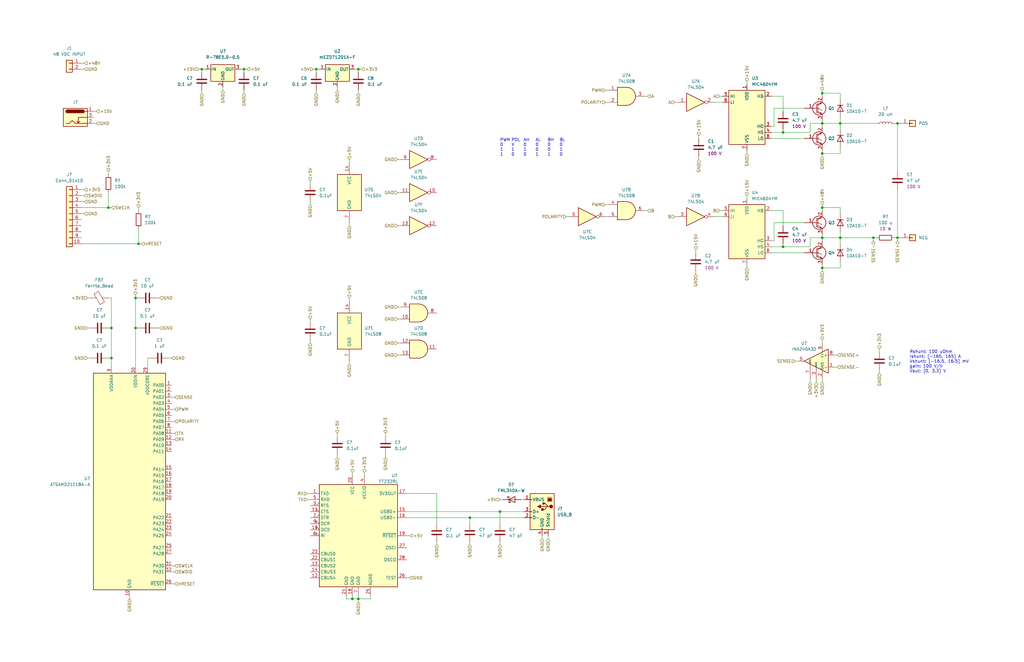
<source format=kicad_sch>
(kicad_sch (version 20211123) (generator eeschema)
  (paper "B")
  (lib_symbols
    (symbol "74xx:74LS04"
      (property "Reference" "U" (at 0 1.27 0))
      (property "Value" "74LS04" (at 0 -1.27 0))
      (symbol "74LS04_1_0"
        (pin input line (at -7.62 0 0) (length 3.81) (name "~") (number "1"))
        (pin output inverted (at 7.62 0 180) (length 3.81) (name "~") (number "2"))
      )
      (symbol "74LS04_2_0"
        (pin input line (at -7.62 0 0) (length 3.81) (name "~") (number "3"))
        (pin output inverted (at 7.62 0 180) (length 3.81) (name "~") (number "4"))
      )
      (symbol "74LS04_3_0"
        (pin input line (at -7.62 0 0) (length 3.81) (name "~") (number "5"))
        (pin output inverted (at 7.62 0 180) (length 3.81) (name "~") (number "6"))
      )
      (symbol "74LS04_4_0"
        (pin output inverted (at 7.62 0 180) (length 3.81) (name "~") (number "8"))
        (pin input line (at -7.62 0 0) (length 3.81) (name "~") (number "9"))
      )
      (symbol "74LS04_5_0"
        (pin output inverted (at 7.62 0 180) (length 3.81) (name "~") (number "10"))
        (pin input line (at -7.62 0 0) (length 3.81) (name "~") (number "11"))
      )
      (symbol "74LS04_6_0"
        (pin output inverted (at 7.62 0 180) (length 3.81) (name "~") (number "12"))
        (pin input line (at -7.62 0 0) (length 3.81) (name "~") (number "13"))
      )
      (symbol "74LS04_7_0"
        (pin power_in line (at 0 12.7 270) (length 5.08) (name "VCC") (number "14"))
        (pin power_in line (at 0 -12.7 90) (length 5.08) (name "GND") (number "7"))
      )
    )
    (symbol "74xx:74LS08" (pin_names (offset 1.016))
      (property "Reference" "U" (at 0 1.27 0))
      (property "Value" "74LS08" (at 0 -1.27 0))
      (symbol "74LS08_1_1"
        (pin input line (at -7.62 2.54 0) (length 3.81) (name "~") (number "1"))
        (pin input line (at -7.62 -2.54 0) (length 3.81) (name "~") (number "2"))
        (pin output line (at 7.62 0 180) (length 3.81) (name "~") (number "3"))
      )
      (symbol "74LS08_1_2"
        (pin input inverted (at -7.62 2.54 0) (length 4.318) (name "~") (number "1"))
        (pin input inverted (at -7.62 -2.54 0) (length 4.318) (name "~") (number "2"))
        (pin output inverted (at 7.62 0 180) (length 3.81) (name "~") (number "3"))
      )
      (symbol "74LS08_2_1"
        (pin input line (at -7.62 2.54 0) (length 3.81) (name "~") (number "4"))
        (pin input line (at -7.62 -2.54 0) (length 3.81) (name "~") (number "5"))
        (pin output line (at 7.62 0 180) (length 3.81) (name "~") (number "6"))
      )
      (symbol "74LS08_2_2"
        (pin input inverted (at -7.62 2.54 0) (length 4.318) (name "~") (number "4"))
        (pin input inverted (at -7.62 -2.54 0) (length 4.318) (name "~") (number "5"))
        (pin output inverted (at 7.62 0 180) (length 3.81) (name "~") (number "6"))
      )
      (symbol "74LS08_3_1"
        (pin input line (at -7.62 -2.54 0) (length 3.81) (name "~") (number "10"))
        (pin output line (at 7.62 0 180) (length 3.81) (name "~") (number "8"))
        (pin input line (at -7.62 2.54 0) (length 3.81) (name "~") (number "9"))
      )
      (symbol "74LS08_3_2"
        (pin input inverted (at -7.62 -2.54 0) (length 4.318) (name "~") (number "10"))
        (pin output inverted (at 7.62 0 180) (length 3.81) (name "~") (number "8"))
        (pin input inverted (at -7.62 2.54 0) (length 4.318) (name "~") (number "9"))
      )
      (symbol "74LS08_4_1"
        (pin output line (at 7.62 0 180) (length 3.81) (name "~") (number "11"))
        (pin input line (at -7.62 2.54 0) (length 3.81) (name "~") (number "12"))
        (pin input line (at -7.62 -2.54 0) (length 3.81) (name "~") (number "13"))
      )
      (symbol "74LS08_4_2"
        (pin output inverted (at 7.62 0 180) (length 3.81) (name "~") (number "11"))
        (pin input inverted (at -7.62 2.54 0) (length 4.318) (name "~") (number "12"))
        (pin input inverted (at -7.62 -2.54 0) (length 4.318) (name "~") (number "13"))
      )
      (symbol "74LS08_5_0"
        (pin power_in line (at 0 12.7 270) (length 5.08) (name "VCC") (number "14"))
        (pin power_in line (at 0 -12.7 90) (length 5.08) (name "GND") (number "7"))
      )
    )
    (symbol "Amplifier_Current:INA240A3D" (pin_names (offset 0.127))
      (property "Reference" "U" (at 3.81 3.81 0))
      (property "Value" "INA240A3D" (at 3.81 -2.54 0))
      (symbol "INA240A3D_1_1"
        (pin input line (at -7.62 -2.54 0) (length 2.54) (name "-") (number "1"))
        (pin power_in line (at -2.54 -7.62 90) (length 3.81) (name "GND") (number "2"))
        (pin passive line (at 0 -7.62 90) (length 5.08) (name "REF2") (number "3"))
        (pin passive line (at -2.54 -7.62 90) (length 3.81) hide (name "GND") (number "4"))
        (pin output line (at 7.62 0 180) (length 2.54) (name "~") (number "5"))
        (pin power_in line (at -2.54 7.62 270) (length 3.81) (name "V+") (number "6"))
        (pin passive line (at 2.54 -7.62 90) (length 6.35) (name "REF1") (number "7"))
        (pin input line (at -7.62 2.54 0) (length 2.54) (name "+") (number "8"))
      )
    )
    (symbol "Connector:Barrel_Jack_Switch" (pin_names hide)
      (property "Reference" "J" (at 0 5.334 0))
      (property "Value" "Barrel_Jack_Switch" (at 0 -5.08 0))
      (symbol "Barrel_Jack_Switch_1_1"
        (pin passive line (at 7.62 2.54 180) (length 2.54) (name "~") (number "1"))
        (pin passive line (at 7.62 -2.54 180) (length 2.54) (name "~") (number "2"))
        (pin passive line (at 7.62 0 180) (length 2.54) (name "~") (number "3"))
      )
    )
    (symbol "Connector:USB_B" (pin_names (offset 1.016))
      (property "Reference" "J" (at -5.08 11.43 0))
      (property "Value" "USB_B" (at -5.08 8.89 0))
      (symbol "USB_B_1_1"
        (pin power_out line (at 7.62 5.08 180) (length 2.54) (name "VBUS") (number "1"))
        (pin bidirectional line (at 7.62 -2.54 180) (length 2.54) (name "D-") (number "2"))
        (pin bidirectional line (at 7.62 0 180) (length 2.54) (name "D+") (number "3"))
        (pin power_out line (at 0 -10.16 90) (length 2.54) (name "GND") (number "4"))
        (pin passive line (at -2.54 -10.16 90) (length 2.54) (name "Shield") (number "5"))
      )
    )
    (symbol "Connector_Generic:Conn_01x01" (pin_names (offset 1.016) hide)
      (property "Reference" "J" (at 0 2.54 0))
      (property "Value" "Conn_01x01" (at 0 -2.54 0))
      (symbol "Conn_01x01_1_1"
        (pin passive line (at -5.08 0 0) (length 3.81) (name "Pin_1") (number "1"))
      )
    )
    (symbol "Connector_Generic:Conn_01x02" (pin_names (offset 1.016) hide)
      (property "Reference" "J" (at 0 2.54 0))
      (property "Value" "Conn_01x02" (at 0 -5.08 0))
      (symbol "Conn_01x02_1_1"
        (pin passive line (at -5.08 0 0) (length 3.81) (name "Pin_1") (number "1"))
        (pin passive line (at -5.08 -2.54 0) (length 3.81) (name "Pin_2") (number "2"))
      )
    )
    (symbol "Connector_Generic:Conn_01x10" (pin_names (offset 1.016) hide)
      (property "Reference" "J" (at 0 12.7 0))
      (property "Value" "Conn_01x10" (at 0 -15.24 0))
      (symbol "Conn_01x10_1_1"
        (pin passive line (at -5.08 10.16 0) (length 3.81) (name "Pin_1") (number "1"))
        (pin passive line (at -5.08 -12.7 0) (length 3.81) (name "Pin_10") (number "10"))
        (pin passive line (at -5.08 7.62 0) (length 3.81) (name "Pin_2") (number "2"))
        (pin passive line (at -5.08 5.08 0) (length 3.81) (name "Pin_3") (number "3"))
        (pin passive line (at -5.08 2.54 0) (length 3.81) (name "Pin_4") (number "4"))
        (pin passive line (at -5.08 0 0) (length 3.81) (name "Pin_5") (number "5"))
        (pin passive line (at -5.08 -2.54 0) (length 3.81) (name "Pin_6") (number "6"))
        (pin passive line (at -5.08 -5.08 0) (length 3.81) (name "Pin_7") (number "7"))
        (pin passive line (at -5.08 -7.62 0) (length 3.81) (name "Pin_8") (number "8"))
        (pin passive line (at -5.08 -10.16 0) (length 3.81) (name "Pin_9") (number "9"))
      )
    )
    (symbol "Device:C" (pin_numbers hide) (pin_names (offset 0.254))
      (property "Reference" "C" (at 0.635 2.54 0))
      (property "Value" "C" (at 0.635 -2.54 0))
      (symbol "C_1_1"
        (pin passive line (at 0 3.81 270) (length 2.794) (name "~") (number "1"))
        (pin passive line (at 0 -3.81 90) (length 2.794) (name "~") (number "2"))
      )
    )
    (symbol "Device:D" (pin_numbers hide) (pin_names (offset 1.016) hide)
      (property "Reference" "D" (at 0 2.54 0))
      (property "Value" "D" (at 0 -2.54 0))
      (symbol "D_1_1"
        (pin passive line (at -3.81 0 0) (length 2.54) (name "K") (number "1"))
        (pin passive line (at 3.81 0 180) (length 2.54) (name "A") (number "2"))
      )
    )
    (symbol "Device:D_Schottky" (pin_numbers hide) (pin_names (offset 1.016) hide)
      (property "Reference" "D" (at 0 2.54 0))
      (property "Value" "D_Schottky" (at 0 -2.54 0))
      (symbol "D_Schottky_1_1"
        (pin passive line (at -3.81 0 0) (length 2.54) (name "K") (number "1"))
        (pin passive line (at 3.81 0 180) (length 2.54) (name "A") (number "2"))
      )
    )
    (symbol "Device:L" (pin_numbers hide) (pin_names (offset 1.016) hide)
      (property "Reference" "L" (at -1.27 0 90))
      (property "Value" "L" (at 1.905 0 90))
      (symbol "L_1_1"
        (pin passive line (at 0 3.81 270) (length 1.27) (name "1") (number "1"))
        (pin passive line (at 0 -3.81 90) (length 1.27) (name "2") (number "2"))
      )
    )
    (symbol "Device:Q_NIGBT_GCE" (pin_names (offset 0) hide)
      (property "Reference" "Q" (at 5.08 1.27 0))
      (property "Value" "Q_NIGBT_GCE" (at 5.08 -1.27 0))
      (symbol "Q_NIGBT_GCE_1_1"
        (pin input line (at -5.08 0 0) (length 5.334) (name "G") (number "1"))
        (pin passive line (at 2.54 5.08 270) (length 2.54) (name "C") (number "2"))
        (pin passive line (at 2.54 -5.08 90) (length 2.54) (name "E") (number "3"))
      )
    )
    (symbol "Device:R" (pin_numbers hide) (pin_names (offset 0))
      (property "Reference" "R" (at 2.032 0 90))
      (property "Value" "R" (at 0 0 90))
      (symbol "R_1_1"
        (pin passive line (at 0 3.81 270) (length 1.27) (name "~") (number "1"))
        (pin passive line (at 0 -3.81 90) (length 1.27) (name "~") (number "2"))
      )
    )
    (symbol "Driver_FET:MIC4604YM"
      (property "Reference" "U" (at -8.89 -8.89 0))
      (property "Value" "MIC4604YM" (at -8.89 -11.43 0))
      (symbol "MIC4604YM_1_1"
        (pin power_in line (at 0 12.7 270) (length 2.54) (name "VDD") (number "1"))
        (pin passive line (at 10.16 7.62 180) (length 2.54) (name "HB") (number "2"))
        (pin output line (at 10.16 -5.08 180) (length 2.54) (name "HO") (number "3"))
        (pin passive line (at 10.16 -7.62 180) (length 2.54) (name "HS") (number "4"))
        (pin input line (at -10.16 7.62 0) (length 2.54) (name "HI") (number "5"))
        (pin input line (at -10.16 5.08 0) (length 2.54) (name "LI") (number "6"))
        (pin power_in line (at 0 -15.24 90) (length 2.54) (name "VSS") (number "7"))
        (pin output line (at 10.16 -10.16 180) (length 2.54) (name "LO") (number "8"))
      )
    )
    (symbol "Interface_USB:FT232RL"
      (property "Reference" "U" (at -16.51 22.86 0))
      (property "Value" "FT232RL" (at 10.16 22.86 0))
      (symbol "FT232RL_1_1"
        (pin output line (at 20.32 17.78 180) (length 3.81) (name "TXD") (number "1"))
        (pin input input_low (at 20.32 2.54 180) (length 3.81) (name "DCD") (number "10"))
        (pin input input_low (at 20.32 10.16 180) (length 3.81) (name "CTS") (number "11"))
        (pin bidirectional line (at 20.32 -17.78 180) (length 3.81) (name "CBUS4") (number "12"))
        (pin bidirectional line (at 20.32 -12.7 180) (length 3.81) (name "CBUS2") (number "13"))
        (pin bidirectional line (at 20.32 -15.24 180) (length 3.81) (name "CBUS3") (number "14"))
        (pin bidirectional line (at -20.32 10.16 0) (length 3.81) (name "USBD+") (number "15"))
        (pin bidirectional line (at -20.32 7.62 0) (length 3.81) (name "USBD-") (number "16"))
        (pin power_out line (at -20.32 17.78 0) (length 3.81) (name "3V3OUT") (number "17"))
        (pin power_in line (at 2.54 -25.4 90) (length 3.81) (name "GND") (number "18"))
        (pin input line (at -20.32 0 0) (length 3.81) (name "~{RESET}") (number "19"))
        (pin output output_low (at 20.32 7.62 180) (length 3.81) (name "DTR") (number "2"))
        (pin power_in line (at 2.54 25.4 270) (length 3.81) (name "VCC") (number "20"))
        (pin power_in line (at 5.08 -25.4 90) (length 3.81) (name "GND") (number "21"))
        (pin bidirectional line (at 20.32 -10.16 180) (length 3.81) (name "CBUS1") (number "22"))
        (pin bidirectional line (at 20.32 -7.62 180) (length 3.81) (name "CBUS0") (number "23"))
        (pin power_in line (at -5.08 -25.4 90) (length 3.81) (name "AGND") (number "25"))
        (pin input line (at -20.32 -17.78 0) (length 3.81) (name "TEST") (number "26"))
        (pin input line (at -20.32 -5.08 0) (length 3.81) (name "OSCI") (number "27"))
        (pin output line (at -20.32 -10.16 0) (length 3.81) (name "OSCO") (number "28"))
        (pin output output_low (at 20.32 12.7 180) (length 3.81) (name "RTS") (number "3"))
        (pin power_in line (at -2.54 25.4 270) (length 3.81) (name "VCCIO") (number "4"))
        (pin input line (at 20.32 15.24 180) (length 3.81) (name "RXD") (number "5"))
        (pin input input_low (at 20.32 0 180) (length 3.81) (name "RI") (number "6"))
        (pin power_in line (at 0 -25.4 90) (length 3.81) (name "GND") (number "7"))
        (pin input input_low (at 20.32 5.08 180) (length 3.81) (name "DCR") (number "9"))
      )
    )
    (symbol "MCU_Microchip_SAMD:ATSAMD21E18A-A"
      (property "Reference" "U" (at -13.97 46.99 0))
      (property "Value" "ATSAMD21E18A-A" (at 16.51 46.99 0))
      (symbol "ATSAMD21E18A-A_1_1"
        (pin bidirectional line (at -17.78 40.64 0) (length 2.54) (name "PA00") (number "1"))
        (pin power_in line (at 0 -48.26 90) (length 2.54) (name "GND") (number "10"))
        (pin bidirectional line (at -17.78 20.32 0) (length 2.54) (name "PA08") (number "11"))
        (pin bidirectional line (at -17.78 17.78 0) (length 2.54) (name "PA09") (number "12"))
        (pin bidirectional line (at -17.78 15.24 0) (length 2.54) (name "PA10") (number "13"))
        (pin bidirectional line (at -17.78 12.7 0) (length 2.54) (name "PA11") (number "14"))
        (pin bidirectional line (at -17.78 5.08 0) (length 2.54) (name "PA14") (number "15"))
        (pin bidirectional line (at -17.78 2.54 0) (length 2.54) (name "PA15") (number "16"))
        (pin bidirectional line (at -17.78 0 0) (length 2.54) (name "PA16") (number "17"))
        (pin bidirectional line (at -17.78 -2.54 0) (length 2.54) (name "PA17") (number "18"))
        (pin bidirectional line (at -17.78 -5.08 0) (length 2.54) (name "PA18") (number "19"))
        (pin bidirectional line (at -17.78 38.1 0) (length 2.54) (name "PA01") (number "2"))
        (pin bidirectional line (at -17.78 -7.62 0) (length 2.54) (name "PA19") (number "20"))
        (pin bidirectional line (at -17.78 -15.24 0) (length 2.54) (name "PA22") (number "21"))
        (pin bidirectional line (at -17.78 -17.78 0) (length 2.54) (name "PA23") (number "22"))
        (pin bidirectional line (at -17.78 -20.32 0) (length 2.54) (name "PA24") (number "23"))
        (pin bidirectional line (at -17.78 -22.86 0) (length 2.54) (name "PA25") (number "24"))
        (pin bidirectional line (at -17.78 -27.94 0) (length 2.54) (name "PA27") (number "25"))
        (pin input line (at -17.78 -43.18 0) (length 2.54) (name "~{RESET}") (number "26"))
        (pin bidirectional line (at -17.78 -30.48 0) (length 2.54) (name "PA28") (number "27"))
        (pin passive line (at 0 -48.26 90) (length 2.54) hide (name "GND") (number "28"))
        (pin power_out line (at -7.62 48.26 270) (length 2.54) (name "VDDCORE") (number "29"))
        (pin bidirectional line (at -17.78 35.56 0) (length 2.54) (name "PA02") (number "3"))
        (pin power_in line (at -2.54 48.26 270) (length 2.54) (name "VDDIN") (number "30"))
        (pin bidirectional line (at -17.78 -35.56 0) (length 2.54) (name "PA30") (number "31"))
        (pin bidirectional line (at -17.78 -38.1 0) (length 2.54) (name "PA31") (number "32"))
        (pin bidirectional line (at -17.78 33.02 0) (length 2.54) (name "PA03") (number "4"))
        (pin bidirectional line (at -17.78 30.48 0) (length 2.54) (name "PA04") (number "5"))
        (pin bidirectional line (at -17.78 27.94 0) (length 2.54) (name "PA05") (number "6"))
        (pin bidirectional line (at -17.78 25.4 0) (length 2.54) (name "PA06") (number "7"))
        (pin bidirectional line (at -17.78 22.86 0) (length 2.54) (name "PA07") (number "8"))
        (pin power_in line (at 7.62 48.26 270) (length 2.54) (name "VDDANA") (number "9"))
      )
    )
    (symbol "Regulator_Switching:R-78E3.3-0.5" (pin_names (offset 0.254))
      (property "Reference" "U" (at -3.81 3.175 0))
      (property "Value" "R-78E3.3-0.5" (at 0 3.175 0))
      (symbol "R-78E3.3-0.5_1_1"
        (pin power_in line (at -7.62 0 0) (length 2.54) (name "IN") (number "1"))
        (pin power_in line (at 0 -7.62 90) (length 2.54) (name "GND") (number "2"))
        (pin power_out line (at 7.62 0 180) (length 2.54) (name "OUT") (number "3"))
      )
    )
    (symbol "Regulator_Switching:R-78E5.0-0.5" (pin_names (offset 0.254))
      (property "Reference" "U" (at -3.81 3.175 0))
      (property "Value" "R-78E5.0-0.5" (at 0 3.175 0))
      (symbol "R-78E5.0-0.5_1_1"
        (pin power_in line (at -7.62 0 0) (length 2.54) (name "IN") (number "1"))
        (pin power_in line (at 0 -7.62 90) (length 2.54) (name "GND") (number "2"))
        (pin power_out line (at 7.62 0 180) (length 2.54) (name "OUT") (number "3"))
      )
    )
    (symbol "cat-tracker-board-rescue:Ferrite_Bead-Device" (pin_numbers hide) (pin_names (offset 0))
      (property "Reference" "FB" (at -3.81 0.635 90))
      (property "Value" "Ferrite_Bead-Device" (at 3.81 0 90))
      (symbol "Ferrite_Bead-Device_1_1"
        (pin passive line (at 0 3.81 270) (length 2.54) (name "~") (number "1"))
        (pin passive line (at 0 -3.81 90) (length 2.54) (name "~") (number "2"))
      )
    )
  )
  (junction (at 57.15 138.43))
  (junction (at 346.71 52.07))
  (junction (at 210.82 215.9))
  (junction (at 133.35 29.21))
  (junction (at 346.71 64.77))
  (junction (at 378.46 52.07))
  (junction (at 151.13 29.21))
  (junction (at 85.09 29.21))
  (junction (at 330.2 104.14))
  (junction (at 346.71 100.33))
  (junction (at 378.46 100.33))
  (junction (at 148.59 252.73))
  (junction (at 346.71 87.63))
  (junction (at 354.33 52.07))
  (junction (at 46.99 138.43))
  (junction (at 346.71 113.03))
  (junction (at 45.72 87.63))
  (junction (at 57.15 125.73))
  (junction (at 354.33 100.33))
  (junction (at 46.99 151.13))
  (junction (at 346.71 39.37))
  (junction (at 151.13 252.73))
  (junction (at 330.2 55.88))
  (junction (at 368.3 100.33))
  (junction (at 58.42 102.87))
  (junction (at 102.87 29.21))
  (junction (at 198.12 218.44))
  (wire (pts (xy 354.33 39.37) (xy 354.33 41.91)))
  (wire (pts (xy 341.63 104.14) (xy 330.2 104.14)))
  (wire (pts (xy 330.2 102.87) (xy 330.2 104.14)))
  (wire (pts (xy 284.48 91.44) (xy 285.75 91.44)))
  (wire (pts (xy 34.29 26.67) (xy 35.56 26.67)))
  (wire (pts (xy 255.27 91.44) (xy 256.54 91.44)))
  (wire (pts (xy 368.3 100.33) (xy 369.57 100.33)))
  (wire (pts (xy 378.46 52.07) (xy 378.46 72.39)))
  (wire (pts (xy 210.82 228.6) (xy 210.82 229.87)))
  (wire (pts (xy 130.81 210.82) (xy 129.54 210.82)))
  (wire (pts (xy 168.91 129.54) (xy 167.64 129.54)))
  (wire (pts (xy 351.79 154.94) (xy 353.06 154.94)))
  (wire (pts (xy 256.54 43.18) (xy 255.27 43.18)))
  (wire (pts (xy 133.35 29.21) (xy 134.62 29.21)))
  (wire (pts (xy 346.71 39.37) (xy 354.33 39.37)))
  (wire (pts (xy 314.96 111.76) (xy 314.96 113.03)))
  (wire (pts (xy 142.24 36.83) (xy 142.24 38.1)))
  (wire (pts (xy 346.71 64.77) (xy 346.71 66.04)))
  (wire (pts (xy 58.42 102.87) (xy 34.29 102.87)))
  (wire (pts (xy 210.82 210.82) (xy 212.09 210.82)))
  (wire (pts (xy 130.81 143.51) (xy 130.81 144.78)))
  (wire (pts (xy 346.71 87.63) (xy 354.33 87.63)))
  (wire (pts (xy 354.33 49.53) (xy 354.33 52.07)))
  (wire (pts (xy 46.99 125.73) (xy 46.99 138.43)))
  (wire (pts (xy 377.19 52.07) (xy 378.46 52.07)))
  (wire (pts (xy 284.48 43.18) (xy 285.75 43.18)))
  (wire (pts (xy 354.33 62.23) (xy 354.33 64.77)))
  (wire (pts (xy 171.45 226.06) (xy 172.72 226.06)))
  (wire (pts (xy 378.46 80.01) (xy 378.46 100.33)))
  (wire (pts (xy 85.09 29.21) (xy 85.09 30.48)))
  (wire (pts (xy 351.79 149.86) (xy 353.06 149.86)))
  (wire (pts (xy 130.81 208.28) (xy 129.54 208.28)))
  (wire (pts (xy 339.09 106.68) (xy 325.12 106.68)))
  (wire (pts (xy 346.71 88.9) (xy 346.71 87.63)))
  (wire (pts (xy 330.2 54.61) (xy 330.2 55.88)))
  (wire (pts (xy 45.72 87.63) (xy 46.99 87.63)))
  (wire (pts (xy 228.6 226.06) (xy 228.6 227.33)))
  (wire (pts (xy 54.61 251.46) (xy 54.61 252.73)))
  (wire (pts (xy 142.24 191.77) (xy 142.24 193.04)))
  (wire (pts (xy 354.33 87.63) (xy 354.33 90.17)))
  (wire (pts (xy 346.71 113.03) (xy 346.71 114.3)))
  (wire (pts (xy 168.91 149.86) (xy 167.64 149.86)))
  (wire (pts (xy 45.72 81.28) (xy 45.72 87.63)))
  (wire (pts (xy 73.66 241.3) (xy 72.39 241.3)))
  (wire (pts (xy 330.2 46.99) (xy 330.2 40.64)))
  (wire (pts (xy 45.72 125.73) (xy 46.99 125.73)))
  (wire (pts (xy 346.71 50.8) (xy 346.71 52.07)))
  (wire (pts (xy 58.42 125.73) (xy 57.15 125.73)))
  (wire (pts (xy 45.72 72.39) (xy 45.72 73.66)))
  (wire (pts (xy 130.81 77.47) (xy 130.81 76.2)))
  (wire (pts (xy 300.99 91.44) (xy 304.8 91.44)))
  (wire (pts (xy 71.12 151.13) (xy 72.39 151.13)))
  (wire (pts (xy 168.91 144.78) (xy 167.64 144.78)))
  (wire (pts (xy 326.39 93.98) (xy 339.09 93.98)))
  (wire (pts (xy 198.12 228.6) (xy 198.12 229.87)))
  (wire (pts (xy 147.32 152.4) (xy 147.32 153.67)))
  (wire (pts (xy 38.1 125.73) (xy 36.83 125.73)))
  (wire (pts (xy 240.03 91.44) (xy 238.76 91.44)))
  (wire (pts (xy 335.28 152.4) (xy 336.55 152.4)))
  (wire (pts (xy 354.33 52.07) (xy 369.57 52.07)))
  (wire (pts (xy 46.99 138.43) (xy 45.72 138.43)))
  (wire (pts (xy 73.66 185.42) (xy 72.39 185.42)))
  (wire (pts (xy 354.33 97.79) (xy 354.33 100.33)))
  (wire (pts (xy 219.71 210.82) (xy 220.98 210.82)))
  (wire (pts (xy 151.13 252.73) (xy 151.13 254)))
  (wire (pts (xy 130.81 85.09) (xy 130.81 86.36)))
  (wire (pts (xy 293.37 114.3) (xy 293.37 115.57)))
  (wire (pts (xy 378.46 52.07) (xy 379.73 52.07)))
  (wire (pts (xy 346.71 99.06) (xy 346.71 100.33)))
  (wire (pts (xy 326.39 45.72) (xy 339.09 45.72)))
  (wire (pts (xy 184.15 208.28) (xy 171.45 208.28)))
  (wire (pts (xy 72.39 246.38) (xy 73.66 246.38)))
  (wire (pts (xy 300.99 43.18) (xy 304.8 43.18)))
  (wire (pts (xy 162.56 184.15) (xy 162.56 182.88)))
  (wire (pts (xy 34.29 29.21) (xy 35.56 29.21)))
  (wire (pts (xy 326.39 101.6) (xy 326.39 93.98)))
  (wire (pts (xy 168.91 95.25) (xy 167.64 95.25)))
  (wire (pts (xy 256.54 38.1) (xy 255.27 38.1)))
  (wire (pts (xy 151.13 29.21) (xy 151.13 30.48)))
  (wire (pts (xy 314.96 35.56) (xy 314.96 34.29)))
  (wire (pts (xy 346.71 52.07) (xy 341.63 52.07)))
  (wire (pts (xy 102.87 29.21) (xy 102.87 30.48)))
  (wire (pts (xy 294.64 58.42) (xy 294.64 57.15)))
  (wire (pts (xy 35.56 82.55) (xy 34.29 82.55)))
  (wire (pts (xy 130.81 135.89) (xy 130.81 134.62)))
  (wire (pts (xy 354.33 100.33) (xy 354.33 102.87)))
  (wire (pts (xy 354.33 110.49) (xy 354.33 113.03)))
  (wire (pts (xy 102.87 38.1) (xy 102.87 39.37)))
  (wire (pts (xy 153.67 199.39) (xy 153.67 200.66)))
  (wire (pts (xy 35.56 80.01) (xy 34.29 80.01)))
  (wire (pts (xy 346.71 100.33) (xy 346.71 101.6)))
  (wire (pts (xy 293.37 106.68) (xy 293.37 105.41)))
  (wire (pts (xy 378.46 100.33) (xy 378.46 101.6)))
  (wire (pts (xy 325.12 53.34) (xy 326.39 53.34)))
  (wire (pts (xy 168.91 134.62) (xy 167.64 134.62)))
  (wire (pts (xy 346.71 100.33) (xy 354.33 100.33)))
  (wire (pts (xy 39.37 46.99) (xy 40.64 46.99)))
  (wire (pts (xy 271.78 88.9) (xy 273.05 88.9)))
  (wire (pts (xy 273.05 40.64) (xy 271.78 40.64)))
  (wire (pts (xy 46.99 151.13) (xy 45.72 151.13)))
  (wire (pts (xy 325.12 55.88) (xy 330.2 55.88)))
  (wire (pts (xy 63.5 151.13) (xy 62.23 151.13)))
  (wire (pts (xy 151.13 252.73) (xy 148.59 252.73)))
  (wire (pts (xy 210.82 215.9) (xy 171.45 215.9)))
  (wire (pts (xy 344.17 161.29) (xy 344.17 160.02)))
  (wire (pts (xy 354.33 52.07) (xy 354.33 54.61)))
  (wire (pts (xy 168.91 67.31) (xy 167.64 67.31)))
  (wire (pts (xy 148.59 252.73) (xy 148.59 251.46)))
  (wire (pts (xy 346.71 111.76) (xy 346.71 113.03)))
  (wire (pts (xy 303.53 88.9) (xy 304.8 88.9)))
  (wire (pts (xy 35.56 85.09) (xy 34.29 85.09)))
  (wire (pts (xy 210.82 220.98) (xy 210.82 215.9)))
  (wire (pts (xy 330.2 88.9) (xy 325.12 88.9)))
  (wire (pts (xy 57.15 138.43) (xy 58.42 138.43)))
  (wire (pts (xy 346.71 63.5) (xy 346.71 64.77)))
  (wire (pts (xy 346.71 143.51) (xy 346.71 144.78)))
  (wire (pts (xy 101.6 29.21) (xy 102.87 29.21)))
  (wire (pts (xy 147.32 93.98) (xy 147.32 95.25)))
  (wire (pts (xy 156.21 251.46) (xy 156.21 252.73)))
  (wire (pts (xy 325.12 58.42) (xy 339.09 58.42)))
  (wire (pts (xy 314.96 83.82) (xy 314.96 82.55)))
  (wire (pts (xy 220.98 218.44) (xy 198.12 218.44)))
  (wire (pts (xy 184.15 220.98) (xy 184.15 208.28)))
  (wire (pts (xy 35.56 90.17) (xy 34.29 90.17)))
  (wire (pts (xy 142.24 184.15) (xy 142.24 182.88)))
  (wire (pts (xy 148.59 200.66) (xy 148.59 199.39)))
  (wire (pts (xy 72.39 167.64) (xy 73.66 167.64)))
  (wire (pts (xy 354.33 100.33) (xy 368.3 100.33)))
  (wire (pts (xy 341.63 100.33) (xy 341.63 104.14)))
  (wire (pts (xy 184.15 228.6) (xy 184.15 229.87)))
  (wire (pts (xy 220.98 215.9) (xy 210.82 215.9)))
  (wire (pts (xy 171.45 243.84) (xy 172.72 243.84)))
  (wire (pts (xy 58.42 87.63) (xy 58.42 88.9)))
  (wire (pts (xy 346.71 40.64) (xy 346.71 39.37)))
  (wire (pts (xy 133.35 29.21) (xy 132.08 29.21)))
  (wire (pts (xy 146.05 252.73) (xy 146.05 251.46)))
  (wire (pts (xy 341.63 52.07) (xy 341.63 55.88)))
  (wire (pts (xy 330.2 95.25) (xy 330.2 88.9)))
  (wire (pts (xy 133.35 38.1) (xy 133.35 39.37)))
  (wire (pts (xy 370.84 156.21) (xy 370.84 157.48)))
  (wire (pts (xy 326.39 53.34) (xy 326.39 45.72)))
  (wire (pts (xy 303.53 40.64) (xy 304.8 40.64)))
  (wire (pts (xy 39.37 52.07) (xy 40.64 52.07)))
  (wire (pts (xy 330.2 104.14) (xy 325.12 104.14)))
  (wire (pts (xy 102.87 29.21) (xy 104.14 29.21)))
  (wire (pts (xy 151.13 29.21) (xy 152.4 29.21)))
  (wire (pts (xy 147.32 127) (xy 147.32 125.73)))
  (wire (pts (xy 346.71 39.37) (xy 346.71 38.1)))
  (wire (pts (xy 57.15 125.73) (xy 57.15 138.43)))
  (wire (pts (xy 46.99 154.94) (xy 46.99 151.13)))
  (wire (pts (xy 85.09 29.21) (xy 86.36 29.21)))
  (wire (pts (xy 133.35 29.21) (xy 133.35 30.48)))
  (wire (pts (xy 57.15 154.94) (xy 57.15 138.43)))
  (wire (pts (xy 346.71 113.03) (xy 354.33 113.03)))
  (wire (pts (xy 346.71 160.02) (xy 346.71 161.29)))
  (wire (pts (xy 148.59 252.73) (xy 146.05 252.73)))
  (wire (pts (xy 370.84 148.59) (xy 370.84 147.32)))
  (wire (pts (xy 147.32 68.58) (xy 147.32 67.31)))
  (wire (pts (xy 93.98 36.83) (xy 93.98 38.1)))
  (wire (pts (xy 368.3 100.33) (xy 368.3 101.6)))
  (wire (pts (xy 294.64 66.04) (xy 294.64 67.31)))
  (wire (pts (xy 73.66 238.76) (xy 72.39 238.76)))
  (wire (pts (xy 46.99 138.43) (xy 46.99 151.13)))
  (wire (pts (xy 168.91 81.28) (xy 167.64 81.28)))
  (wire (pts (xy 346.71 100.33) (xy 341.63 100.33)))
  (wire (pts (xy 62.23 151.13) (xy 62.23 154.94)))
  (wire (pts (xy 34.29 87.63) (xy 45.72 87.63)))
  (wire (pts (xy 256.54 86.36) (xy 255.27 86.36)))
  (wire (pts (xy 149.86 29.21) (xy 151.13 29.21)))
  (wire (pts (xy 198.12 218.44) (xy 171.45 218.44)))
  (wire (pts (xy 66.04 125.73) (xy 67.31 125.73)))
  (wire (pts (xy 38.1 138.43) (xy 36.83 138.43)))
  (wire (pts (xy 59.69 102.87) (xy 58.42 102.87)))
  (wire (pts (xy 346.71 87.63) (xy 346.71 86.36)))
  (wire (pts (xy 325.12 101.6) (xy 326.39 101.6)))
  (wire (pts (xy 162.56 191.77) (xy 162.56 193.04)))
  (wire (pts (xy 325.12 40.64) (xy 330.2 40.64)))
  (wire (pts (xy 330.2 55.88) (xy 341.63 55.88)))
  (wire (pts (xy 378.46 100.33) (xy 377.19 100.33)))
  (wire (pts (xy 231.14 226.06) (xy 231.14 227.33)))
  (wire (pts (xy 151.13 38.1) (xy 151.13 39.37)))
  (wire (pts (xy 341.63 160.02) (xy 341.63 161.29)))
  (wire (pts (xy 378.46 100.33) (xy 379.73 100.33)))
  (wire (pts (xy 151.13 252.73) (xy 151.13 251.46)))
  (wire (pts (xy 38.1 151.13) (xy 36.83 151.13)))
  (wire (pts (xy 73.66 182.88) (xy 72.39 182.88)))
  (wire (pts (xy 346.71 64.77) (xy 354.33 64.77)))
  (wire (pts (xy 314.96 63.5) (xy 314.96 64.77)))
  (wire (pts (xy 346.71 52.07) (xy 346.71 53.34)))
  (wire (pts (xy 198.12 220.98) (xy 198.12 218.44)))
  (wire (pts (xy 57.15 124.46) (xy 57.15 125.73)))
  (wire (pts (xy 72.39 177.8) (xy 73.66 177.8)))
  (wire (pts (xy 72.39 172.72) (xy 73.66 172.72)))
  (wire (pts (xy 58.42 96.52) (xy 58.42 102.87)))
  (wire (pts (xy 346.71 52.07) (xy 354.33 52.07)))
  (wire (pts (xy 85.09 29.21) (xy 83.82 29.21)))
  (wire (pts (xy 66.04 138.43) (xy 67.31 138.43)))
  (wire (pts (xy 156.21 252.73) (xy 151.13 252.73)))
  (wire (pts (xy 85.09 38.1) (xy 85.09 39.37)))
  (text "PWM	POL	AH	AL	BH	BL\n0	X	0	0	0	0\n1	1	1	0	0	1\n1	0	0	1	1	0" (at 210.82 66.04 0) (effects (font (size 1.27 1.27)) (justify left bottom)))
  (text "Rshunt: 100 uOhm\nIshunt: [-165, 165] A\nVshunt: [-16.5, 16.5] mV\ngain: 100 V/V\nVout: [0, 3.3] V" (at 383.54 157.48 0) (effects (font (size 1.27 1.27)) (justify left bottom)))
  (hierarchical_label "TX" (shape input) (at 73.66 182.88 0))
  (hierarchical_label "GND" (shape input) (at 228.6 227.33 270))
  (hierarchical_label "GND" (shape input) (at 293.37 115.57 270))
  (hierarchical_label "SENSE-" (shape input) (at 353.06 154.94 0))
  (hierarchical_label "+3V3" (shape input) (at 346.71 143.51 90))
  (hierarchical_label "GND" (shape input) (at 142.24 193.04 270))
  (hierarchical_label "TX" (shape input) (at 129.54 210.82 180))
  (hierarchical_label "GND" (shape input) (at 167.64 149.86 180))
  (hierarchical_label "GND" (shape input) (at 167.64 134.62 180))
  (hierarchical_label "GND" (shape input) (at 370.84 157.48 270))
  (hierarchical_label "SWDIO" (shape input) (at 35.56 82.55 0))
  (hierarchical_label "GND" (shape input) (at 36.83 151.13 180))
  (hierarchical_label "+15V" (shape input) (at 314.96 82.55 90))
  (hierarchical_label "GND" (shape input) (at 167.64 129.54 180))
  (hierarchical_label "GND" (shape input) (at 210.82 229.87 270))
  (hierarchical_label "+5V" (shape input) (at 142.24 182.88 90))
  (hierarchical_label "GND" (shape input) (at 147.32 95.25 270))
  (hierarchical_label "GND" (shape input) (at 167.64 144.78 180))
  (hierarchical_label "+5V" (shape input) (at 148.59 199.39 90))
  (hierarchical_label "+5V" (shape input) (at 210.82 210.82 180))
  (hierarchical_label "+5V" (shape input) (at 130.81 134.62 90))
  (hierarchical_label "GND" (shape input) (at 147.32 153.67 270))
  (hierarchical_label "GND" (shape input) (at 102.87 39.37 270))
  (hierarchical_label "+15V" (shape input) (at 83.82 29.21 180))
  (hierarchical_label "GND" (shape input) (at 346.71 66.04 270))
  (hierarchical_label "GND" (shape input) (at 167.64 95.25 180))
  (hierarchical_label "POLARITY" (shape input) (at 73.66 177.8 0))
  (hierarchical_label "GND" (shape input) (at 133.35 39.37 270))
  (hierarchical_label "+5V" (shape input) (at 132.08 29.21 180))
  (hierarchical_label "+15V" (shape input) (at 293.37 105.41 90))
  (hierarchical_label "B" (shape input) (at 273.05 88.9 0))
  (hierarchical_label "B" (shape input) (at 284.48 91.44 180))
  (hierarchical_label "GND" (shape input) (at 314.96 113.03 270))
  (hierarchical_label "+5V" (shape input) (at 147.32 125.73 90))
  (hierarchical_label "GND" (shape input) (at 40.64 52.07 0))
  (hierarchical_label "SENSE+" (shape input) (at 378.46 101.6 270))
  (hierarchical_label "GND" (shape input) (at 67.31 125.73 0))
  (hierarchical_label "PWM" (shape input) (at 255.27 86.36 180))
  (hierarchical_label "SENSE" (shape input) (at 73.66 167.64 0))
  (hierarchical_label "nRESET" (shape input) (at 73.66 246.38 0))
  (hierarchical_label "GND" (shape input) (at 35.56 85.09 0))
  (hierarchical_label "GND" (shape input) (at 346.71 161.29 270))
  (hierarchical_label "A" (shape input) (at 284.48 43.18 180))
  (hierarchical_label "GND" (shape input) (at 72.39 151.13 0))
  (hierarchical_label "GND" (shape input) (at 151.13 254 270))
  (hierarchical_label "+5V" (shape input) (at 172.72 226.06 0))
  (hierarchical_label "GND" (shape input) (at 167.64 81.28 180))
  (hierarchical_label "+15V" (shape input) (at 40.64 46.99 0))
  (hierarchical_label "A" (shape input) (at 303.53 40.64 180))
  (hierarchical_label "+3V3" (shape input) (at 344.17 161.29 270))
  (hierarchical_label "GND" (shape input) (at 198.12 229.87 270))
  (hierarchical_label "PWM" (shape input) (at 255.27 38.1 180))
  (hierarchical_label "GND" (shape input) (at 67.31 138.43 0))
  (hierarchical_label "SWDIO" (shape input) (at 73.66 241.3 0))
  (hierarchical_label "B" (shape input) (at 303.53 88.9 180))
  (hierarchical_label "+48V" (shape input) (at 346.71 86.36 90))
  (hierarchical_label "POLARITY" (shape input) (at 238.76 91.44 180))
  (hierarchical_label "+5V" (shape input) (at 104.14 29.21 0))
  (hierarchical_label "A" (shape input) (at 273.05 40.64 0))
  (hierarchical_label "GND" (shape input) (at 314.96 64.77 270))
  (hierarchical_label "+3V3" (shape input) (at 57.15 124.46 90))
  (hierarchical_label "+3V3" (shape input) (at 45.72 72.39 90))
  (hierarchical_label "SENSE+" (shape input) (at 353.06 149.86 0))
  (hierarchical_label "SWCLK" (shape input) (at 46.99 87.63 0))
  (hierarchical_label "GND" (shape input) (at 151.13 39.37 270))
  (hierarchical_label "GND" (shape input) (at 130.81 144.78 270))
  (hierarchical_label "+3V3" (shape input) (at 58.42 87.63 90))
  (hierarchical_label "GND" (shape input) (at 231.14 227.33 270))
  (hierarchical_label "GND" (shape input) (at 167.64 67.31 180))
  (hierarchical_label "+48V" (shape input) (at 35.56 26.67 0))
  (hierarchical_label "SWCLK" (shape input) (at 73.66 238.76 0))
  (hierarchical_label "+15V" (shape input) (at 294.64 57.15 90))
  (hierarchical_label "+5V" (shape input) (at 130.81 76.2 90))
  (hierarchical_label "+3V3" (shape input) (at 153.67 199.39 90))
  (hierarchical_label "+3V3" (shape input) (at 162.56 182.88 90))
  (hierarchical_label "GND" (shape input) (at 341.63 161.29 270))
  (hierarchical_label "+3V3" (shape input) (at 370.84 147.32 90))
  (hierarchical_label "GND" (shape input) (at 93.98 38.1 270))
  (hierarchical_label "RX" (shape input) (at 73.66 185.42 0))
  (hierarchical_label "GND" (shape input) (at 130.81 86.36 270))
  (hierarchical_label "SENSE-" (shape input) (at 368.3 101.6 270))
  (hierarchical_label "+3V3" (shape input) (at 36.83 125.73 180))
  (hierarchical_label "nRESET" (shape input) (at 59.69 102.87 0))
  (hierarchical_label "+48V" (shape input) (at 346.71 38.1 90))
  (hierarchical_label "GND" (shape input) (at 35.56 29.21 0))
  (hierarchical_label "GND" (shape input) (at 36.83 138.43 180))
  (hierarchical_label "+3V3" (shape input) (at 152.4 29.21 0))
  (hierarchical_label "+3V3" (shape input) (at 35.56 80.01 0))
  (hierarchical_label "GND" (shape input) (at 172.72 243.84 0))
  (hierarchical_label "SENSE" (shape input) (at 335.28 152.4 180))
  (hierarchical_label "RX" (shape input) (at 129.54 208.28 180))
  (hierarchical_label "GND" (shape input) (at 142.24 38.1 270))
  (hierarchical_label "GND" (shape input) (at 184.15 229.87 270))
  (hierarchical_label "GND" (shape input) (at 54.61 252.73 270))
  (hierarchical_label "GND" (shape input) (at 346.71 114.3 270))
  (hierarchical_label "GND" (shape input) (at 85.09 39.37 270))
  (hierarchical_label "+5V" (shape input) (at 147.32 67.31 90))
  (hierarchical_label "GND" (shape input) (at 162.56 193.04 270))
  (hierarchical_label "PWM" (shape input) (at 73.66 172.72 0))
  (hierarchical_label "POLARITY" (shape input) (at 255.27 43.18 180))
  (hierarchical_label "GND" (shape input) (at 294.64 67.31 270))
  (hierarchical_label "+15V" (shape input) (at 314.96 34.29 90))
  (hierarchical_label "GND" (shape input) (at 35.56 90.17 0))
  (symbol (lib_id "MCU_Microchip_SAMD:ATSAMD21E18A-A") (at 54.61 203.2 0) (mirror y) (unit 1)
    (property "Reference" "U?" (at 38.1 201.9299 0) (effects (justify left)))
    (property "Value" "ATSAMD21E18A-A" (at 38.1 204.4699 0) (effects (justify left)))
    (property "Footprint" "Package_QFP:TQFP-32_7x7mm_P0.8mm" (effects hide))
    (property "Datasheet" "http://ww1.microchip.com/downloads/en/DeviceDoc/SAM_D21_DA1_Family_Data%20Sheet_DS40001882E.pdf" (effects hide))
  )
  (symbol (lib_id "Device:C") (at 184.15 224.79 0) (mirror y) (unit 1)
    (property "Reference" "C?" (at 187.96 223.5199 0) (effects (justify right)))
    (property "Value" "0.1 uF" (at 187.96 226.0599 0) (effects (justify right)))
    (property "Footprint" "Capacitor_SMD:C_0603_1608Metric" (effects hide))
  )
  (symbol (lib_id "Device:C") (at 62.23 125.73 90) (mirror x) (unit 1)
    (property "Reference" "C?" (at 62.23 118.11 90))
    (property "Value" "10 uF" (at 62.23 120.65 90))
    (property "Footprint" "Capacitor_SMD:C_0603_1608Metric" (effects hide))
    (property "mfg1" "Taiyo Yuden" (effects hide))
    (property "mfg1pn" "EMK107BBJ106MA-T" (effects hide))
    (property "description" "MLCC, 10 uF, 16 V, X5R, 0603" (effects hide))
  )
  (symbol (lib_id "Driver_FET:MIC4604YM") (at 314.96 96.52 0) (unit 1)
    (property "Reference" "U4" (at 316.9794 81.28 0) (effects (justify left)))
    (property "Value" "MIC4604YM" (at 316.9794 83.82 0) (effects (justify left)))
    (property "Footprint" "Package_SO:SOIC-8_3.9x4.9mm_P1.27mm" (effects hide))
    (property "Datasheet" "http://ww1.microchip.com/downloads/en/DeviceDoc/20005852A.pdf" (effects hide))
  )
  (symbol (lib_id "Device:D") (at 354.33 45.72 270) (unit 1)
    (property "Reference" "D1" (at 356.87 44.4499 90) (effects (justify left)))
    (property "Value" "10A10-T" (at 356.87 46.9899 90) (effects (justify left)))
    (property "Footprint" "Diode_THT:D_P600_R-6_P7.62mm_Vertical_AnodeUp" (effects hide))
    (property "mfg1" "Rectron" (effects hide))
    (property "mfg1pn" "10A10-T" (effects hide))
  )
  (symbol (lib_id "Device:C") (at 370.84 152.4 0) (mirror y) (unit 1)
    (property "Reference" "C?" (at 374.65 151.1299 0) (effects (justify right)))
    (property "Value" "0.1uF" (at 374.65 153.6699 0) (effects (justify right)))
    (property "Footprint" "Capacitor_SMD:C_0603_1608Metric" (effects hide))
  )
  (symbol (lib_id "Device:C") (at 62.23 138.43 270) (unit 1)
    (property "Reference" "C?" (at 62.23 130.81 90))
    (property "Value" "0.1 uF" (at 62.23 133.35 90))
    (property "Footprint" "Capacitor_SMD:C_0603_1608Metric" (effects hide))
    (property "mfg1" "KEMET" (effects hide))
    (property "mfg1pn" "C0603C104M4RAC7411" (effects hide))
    (property "description" "MLCC, 0.1 uF, 16 V, X7R, 0603" (effects hide))
  )
  (symbol (lib_id "Connector_Generic:Conn_01x10") (at 29.21 90.17 0) (mirror y) (unit 1)
    (property "Reference" "J?" (at 29.21 73.66 0))
    (property "Value" "Conn_01x10" (at 29.21 76.2 0))
    (property "Footprint" "Connector_PinHeader_1.27mm:PinHeader_2x05_P1.27mm_Horizontal" (effects hide))
    (property "mfg1" "Samtec" (effects hide))
    (property "mfg1pn" "FTSH-105-01-F-D-RA-K" (effects hide))
  )
  (symbol (lib_id "Device:C") (at 210.82 224.79 0) (mirror y) (unit 1)
    (property "Reference" "C?" (at 214.63 223.5199 0) (effects (justify right)))
    (property "Value" "47 pF" (at 214.63 226.0599 0) (effects (justify right)))
    (property "Footprint" "Capacitor_SMD:C_0603_1608Metric" (effects hide))
  )
  (symbol (lib_id "Connector:USB_B") (at 228.6 215.9 0) (mirror y) (unit 1)
    (property "Reference" "J?" (at 234.95 214.6299 0) (effects (justify right)))
    (property "Value" "USB_B" (at 234.95 217.1699 0) (effects (justify right)))
    (property "Footprint" "HotMeltTechnologies:USB_B_AMPHENOL_P-UE27-BCX4-XXX_Horizontal" (effects hide))
    (property "Datasheet" " ~" (effects hide))
  )
  (symbol (lib_id "Device:C") (at 151.13 34.29 0) (unit 1)
    (property "Reference" "C8" (at 154.94 33.0199 0) (effects (justify left)))
    (property "Value" "0.1 uF" (at 154.94 35.5599 0) (effects (justify left)))
  )
  (symbol (lib_id "Device:C") (at 41.91 138.43 270) (unit 1)
    (property "Reference" "C?" (at 41.91 130.81 90))
    (property "Value" "10 uF" (at 41.91 133.35 90))
    (property "Footprint" "Capacitor_SMD:C_0603_1608Metric" (effects hide))
    (property "mfg1" "Taiyo Yuden" (effects hide))
    (property "mfg1pn" "EMK107BBJ106MA-T" (effects hide))
    (property "description" "MLCC, 10 uF, 16 V, X5R, 0603" (effects hide))
  )
  (symbol (lib_id "Device:R") (at 58.42 92.71 0) (unit 1)
    (property "Reference" "R?" (at 60.96 91.4399 0) (effects (justify left)))
    (property "Value" "100k" (at 60.96 93.9799 0) (effects (justify left)))
    (property "Footprint" "Resistor_SMD:R_0603_1608Metric" (effects hide))
    (property "mfg1" "Panasonic" (effects hide))
    (property "mfg1pn" "ERJ-3EKF1003V" (effects hide))
    (property "description" "Resistor, 100 kOhm, 0603" (effects hide))
  )
  (symbol (lib_id "74xx:74LS04") (at 147.32 81.28 0) (unit 7)
    (property "Reference" "U?" (at 153.67 80.0099 0) (effects (justify left)))
    (property "Value" "74LS04" (at 153.67 82.5499 0) (effects (justify left)))
    (property "Datasheet" "http://www.ti.com/lit/gpn/sn74LS04" (effects hide))
  )
  (symbol (lib_id "cat-tracker-board-rescue:Ferrite_Bead-Device") (at 41.91 125.73 90) (mirror x) (unit 1)
    (property "Reference" "FB?" (at 41.8592 118.11 90))
    (property "Value" "Ferrite_Bead" (at 41.8592 120.65 90))
    (property "Footprint" "Inductor_SMD:L_0603_1608Metric" (effects hide))
    (property "mfg1" "Murata Electronics" (effects hide))
    (property "mfg1pn" "BLM18AG151SN1D" (effects hide))
    (property "description" "Ferrite Bead, 150 Ohm, 750 mA, 0603" (effects hide))
  )
  (symbol (lib_id "Device:Q_NIGBT_GCE") (at 344.17 58.42 0) (unit 1)
    (property "Reference" "Q2" (at 349.25 58.4199 0) (effects (justify left)))
    (property "Value" "Q_NIGBT_GCE" (effects hide))
    (property "MFG1" "Microchip" (effects hide))
    (property "MFG1PN" "APT95GR65B2" (effects hide))
  )
  (symbol (lib_id "Device:Q_NIGBT_GCE") (at 344.17 106.68 0) (unit 1)
    (property "Reference" "Q4" (at 349.25 106.6799 0) (effects (justify left)))
    (property "Value" "Q_NIGBT_GCE" (effects hide))
    (property "MFG1" "Microchip" (effects hide))
    (property "MFG1PN" "APT95GR65B2" (effects hide))
  )
  (symbol (lib_id "Device:D") (at 354.33 93.98 270) (unit 1)
    (property "Reference" "D3" (at 356.87 92.7099 90) (effects (justify left)))
    (property "Value" "10A10-T" (at 356.87 95.2499 90) (effects (justify left)))
    (property "Footprint" "Diode_THT:D_P600_R-6_P7.62mm_Vertical_AnodeUp" (effects hide))
    (property "mfg1" "Rectron" (effects hide))
    (property "mfg1pn" "10A10-T" (effects hide))
  )
  (symbol (lib_id "Device:C") (at 293.37 110.49 180) (unit 1)
    (property "Reference" "C2" (at 297.18 107.9499 0) (effects (justify right)))
    (property "Value" "4.7 uF" (at 297.18 110.4899 0) (effects (justify right)))
    (property "Voltage" "100 V" (at 297.18 113.0299 0) (effects (justify right)))
    (property "MFG1PN" "CL32B475KCVZNWE" (effects hide))
    (property "MFG1" "Samsung Electro-Mechanics" (effects hide))
  )
  (symbol (lib_id "Device:R") (at 373.38 100.33 90) (unit 1)
    (property "Reference" "R?" (at 373.38 91.44 90))
    (property "Value" "100 u" (at 373.38 93.98 90))
    (property "MFG1PN" "WSLP5931L1000FEA " (effects hide))
    (property "MFG1" "Vishay Dale" (effects hide))
    (property "Power" "10 W" (at 373.38 96.52 90))
  )
  (symbol (lib_id "74xx:74LS04") (at 176.53 95.25 0) (unit 6)
    (property "Reference" "U?" (at 176.53 86.36 0))
    (property "Value" "74LS04" (at 176.53 88.9 0))
    (property "Datasheet" "http://www.ti.com/lit/gpn/sn74LS04" (effects hide))
  )
  (symbol (lib_id "Device:C") (at 41.91 151.13 90) (mirror x) (unit 1)
    (property "Reference" "C?" (at 41.91 143.51 90))
    (property "Value" "0.1 uF" (at 41.91 146.05 90))
    (property "Footprint" "Capacitor_SMD:C_0603_1608Metric" (effects hide))
    (property "mfg1" "KEMET" (effects hide))
    (property "mfg1pn" "C0603C104M4RAC7411" (effects hide))
    (property "description" "MLCC, 0.1 uF, 16 V, X7R, 0603" (effects hide))
  )
  (symbol (lib_id "74xx:74LS08") (at 264.16 88.9 0) (unit 2)
    (property "Reference" "U?" (at 264.16 80.01 0))
    (property "Value" "74LS08" (at 264.16 82.55 0))
    (property "Datasheet" "http://www.ti.com/lit/gpn/sn74LS08" (effects hide))
  )
  (symbol (lib_id "Interface_USB:FT232RL") (at 151.13 226.06 0) (mirror y) (unit 1)
    (property "Reference" "U?" (at 166.37 200.66 0))
    (property "Value" "FT232RL" (at 163.83 203.2 0))
    (property "Footprint" "Package_SO:SSOP-28_5.3x10.2mm_P0.65mm" (effects hide))
    (property "Datasheet" "https://www.ftdichip.com/Support/Documents/DataSheets/ICs/DS_FT232R.pdf" (effects hide))
  )
  (symbol (lib_id "74xx:74LS04") (at 247.65 91.44 0) (unit 3)
    (property "Reference" "U?" (at 247.65 97.79 0))
    (property "Value" "74LS04" (at 247.65 100.33 0))
    (property "Datasheet" "http://www.ti.com/lit/gpn/sn74LS04" (effects hide))
  )
  (symbol (lib_id "Device:C") (at 378.46 76.2 0) (unit 1)
    (property "Reference" "C?" (at 382.27 73.6599 0) (effects (justify left)))
    (property "Value" "47 uF" (at 382.27 76.1999 0) (effects (justify left)))
    (property "Voltage" "100 V" (at 382.27 78.7399 0) (effects (justify left)))
  )
  (symbol (lib_id "Device:C") (at 198.12 224.79 0) (mirror y) (unit 1)
    (property "Reference" "C?" (at 201.93 223.5199 0) (effects (justify right)))
    (property "Value" "47 pF" (at 201.93 226.0599 0) (effects (justify right)))
    (property "Footprint" "Capacitor_SMD:C_0603_1608Metric" (effects hide))
  )
  (symbol (lib_id "Device:C") (at 330.2 99.06 180) (unit 1)
    (property "Reference" "C4" (at 334.01 96.5199 0) (effects (justify right)))
    (property "Value" "4.7 uF" (at 334.01 99.0599 0) (effects (justify right)))
    (property "Voltage" "100 V" (at 334.01 101.5999 0) (effects (justify right)))
    (property "MFG1PN" "CL32B475KCVZNWE" (effects hide))
    (property "MFG1" "Samsung Electro-Mechanics" (effects hide))
  )
  (symbol (lib_id "Device:C") (at 67.31 151.13 270) (unit 1)
    (property "Reference" "C?" (at 67.31 143.51 90))
    (property "Value" "1 uF" (at 67.31 146.05 90))
    (property "Footprint" "Capacitor_SMD:C_0603_1608Metric" (effects hide))
    (property "mfg1" "TDK" (effects hide))
    (property "mfg1pn" "CGA3E1X7R1C105K080AC" (effects hide))
    (property "description" "MLCC, 1 uF, 16 V, X7R, 0603" (effects hide))
  )
  (symbol (lib_id "74xx:74LS08") (at 147.32 139.7 0) (unit 5)
    (property "Reference" "U?" (at 153.67 138.4299 0) (effects (justify left)))
    (property "Value" "74LS08" (at 153.67 140.9699 0) (effects (justify left)))
    (property "Datasheet" "http://www.ti.com/lit/gpn/sn74LS08" (effects hide))
  )
  (symbol (lib_id "74xx:74LS08") (at 264.16 40.64 0) (unit 1)
    (property "Reference" "U?" (at 264.16 31.75 0))
    (property "Value" "74LS08" (at 264.16 34.29 0))
    (property "Datasheet" "http://www.ti.com/lit/gpn/sn74LS08" (effects hide))
  )
  (symbol (lib_id "Device:R") (at 45.72 77.47 0) (unit 1)
    (property "Reference" "R?" (at 48.26 76.1999 0) (effects (justify left)))
    (property "Value" "100k" (at 48.26 78.7399 0) (effects (justify left)))
    (property "Footprint" "Resistor_SMD:R_0603_1608Metric" (effects hide))
    (property "mfg1" "Panasonic" (effects hide))
    (property "mfg1pn" "ERJ-3EKF1003V" (effects hide))
    (property "description" "Resistor, 100 kOhm, 0603" (effects hide))
  )
  (symbol (lib_id "Device:Q_NIGBT_GCE") (at 344.17 93.98 0) (unit 1)
    (property "Reference" "Q3" (at 349.25 93.9799 0) (effects (justify left)))
    (property "Value" "Q_NIGBT_GCE" (effects hide))
    (property "MFG1" "Microchip" (effects hide))
    (property "MFG1PN" "APT95GR65B2" (effects hide))
  )
  (symbol (lib_id "Device:C") (at 85.09 34.29 0) (unit 1)
    (property "Reference" "C?" (at 81.28 33.0199 0) (effects (justify right)))
    (property "Value" "0.1 uF" (at 81.28 35.5599 0) (effects (justify right)))
  )
  (symbol (lib_id "Device:C") (at 330.2 50.8 180) (unit 1)
    (property "Reference" "C3" (at 334.01 48.2599 0) (effects (justify right)))
    (property "Value" "4.7 uF" (at 334.01 50.7999 0) (effects (justify right)))
    (property "Voltage" "100 V" (at 334.01 53.3399 0) (effects (justify right)))
    (property "MFG1PN" "CL32B475KCVZNWE" (effects hide))
    (property "MFG1" "Samsung Electro-Mechanics" (effects hide))
  )
  (symbol (lib_id "Device:C") (at 130.81 139.7 0) (mirror y) (unit 1)
    (property "Reference" "C?" (at 134.62 138.4299 0) (effects (justify right)))
    (property "Value" "0.1uF" (at 134.62 140.9699 0) (effects (justify right)))
    (property "Footprint" "Capacitor_SMD:C_0603_1608Metric" (effects hide))
  )
  (symbol (lib_id "Driver_FET:MIC4604YM") (at 314.96 48.26 0) (unit 1)
    (property "Reference" "U3" (at 316.9794 33.02 0) (effects (justify left)))
    (property "Value" "MIC4604YM" (at 316.9794 35.56 0) (effects (justify left)))
    (property "Footprint" "Package_SO:SOIC-8_3.9x4.9mm_P1.27mm" (effects hide))
    (property "Datasheet" "http://ww1.microchip.com/downloads/en/DeviceDoc/20005852A.pdf" (effects hide))
  )
  (symbol (lib_id "74xx:74LS04") (at 293.37 91.44 0) (unit 2)
    (property "Reference" "U?" (at 293.37 82.55 0))
    (property "Value" "74LS04" (at 293.37 85.09 0))
    (property "Datasheet" "http://www.ti.com/lit/gpn/sn74LS04" (effects hide))
  )
  (symbol (lib_id "Connector:Barrel_Jack_Switch") (at 31.75 49.53 0) (unit 1)
    (property "Reference" "J?" (at 31.75 43.18 0))
    (property "Value" "Barrel_Jack_Switch" (effects hide))
    (property "Footprint" "Connector_BarrelJack:BarrelJack_Horizontal" (effects hide))
    (property "MFG1PN" "163-179PH-EX" (effects hide))
    (property "MFG1" "Kobiconn" (effects hide))
  )
  (symbol (lib_id "Device:L") (at 373.38 52.07 90) (unit 1)
    (property "Reference" "L?" (at 373.38 45.72 90))
    (property "Value" "20 uH" (at 373.38 48.26 90))
  )
  (symbol (lib_id "Amplifier_Current:INA240A3D") (at 344.17 152.4 0) (mirror y) (unit 1)
    (property "Reference" "U?" (at 339.09 144.78 0))
    (property "Value" "INA240A3D" (at 339.09 147.32 0))
    (property "Footprint" "Package_SO:SOIC-8_3.9x4.9mm_P1.27mm" (effects hide))
    (property "Datasheet" "http://www.ti.com/lit/ds/symlink/ina240.pdf" (effects hide))
    (property "MFG1PN" "INA240A3D" (effects hide))
    (property "MFG1" "Texas Instruments" (effects hide))
    (property "MFG2PN" "INA240A3DR" (effects hide))
    (property "MFG2" "Texas Instruments" (effects hide))
  )
  (symbol (lib_id "Connector_Generic:Conn_01x01") (at 384.81 52.07 0) (unit 1)
    (property "Reference" "J?" (effects hide))
    (property "Value" "POS" (at 387.35 52.0699 0) (effects (justify left)))
  )
  (symbol (lib_id "74xx:74LS04") (at 293.37 43.18 0) (unit 1)
    (property "Reference" "U?" (at 293.37 34.29 0))
    (property "Value" "74LS04" (at 293.37 36.83 0))
    (property "Datasheet" "http://www.ti.com/lit/gpn/sn74LS04" (effects hide))
  )
  (symbol (lib_id "Device:Q_NIGBT_GCE") (at 344.17 45.72 0) (unit 1)
    (property "Reference" "Q1" (at 349.25 45.7199 0) (effects (justify left)))
    (property "Value" "Q_NIGBT_GCE" (effects hide))
    (property "MFG1" "Microchip" (effects hide))
    (property "MFG1PN" "APT95GR65B2" (effects hide))
  )
  (symbol (lib_id "74xx:74LS04") (at 176.53 67.31 0) (unit 4)
    (property "Reference" "U?" (at 176.53 58.42 0))
    (property "Value" "74LS04" (at 176.53 60.96 0))
    (property "Datasheet" "http://www.ti.com/lit/gpn/sn74LS04" (effects hide))
  )
  (symbol (lib_id "Connector_Generic:Conn_01x02") (at 29.21 26.67 0) (mirror y) (unit 1)
    (property "Reference" "J1" (at 29.21 20.32 0))
    (property "Value" "48 VDC INPUT" (at 29.21 22.86 0))
  )
  (symbol (lib_id "Device:C") (at 102.87 34.29 0) (unit 1)
    (property "Reference" "C?" (at 106.68 33.0199 0) (effects (justify left)))
    (property "Value" "0.1 uF" (at 106.68 35.5599 0) (effects (justify left)))
  )
  (symbol (lib_id "Device:C") (at 133.35 34.29 0) (unit 1)
    (property "Reference" "C6" (at 129.54 33.0199 0) (effects (justify right)))
    (property "Value" "0.1 uF" (at 129.54 35.5599 0) (effects (justify right)))
  )
  (symbol (lib_id "74xx:74LS08") (at 176.53 147.32 0) (unit 4)
    (property "Reference" "U?" (at 176.53 138.43 0))
    (property "Value" "74LS08" (at 176.53 140.97 0))
    (property "Datasheet" "http://www.ti.com/lit/gpn/sn74LS08" (effects hide))
  )
  (symbol (lib_id "Device:D_Schottky") (at 215.9 210.82 0) (unit 1)
    (property "Reference" "D?" (at 215.5825 204.47 0))
    (property "Value" "FML340A-W" (at 215.5825 207.01 0))
    (property "Footprint" "Diode_SMD:D_SMA" (effects hide))
    (property "MFG1PN" "FML340A-W" (effects hide))
    (property "MFG1" "Rectron" (effects hide))
  )
  (symbol (lib_id "Device:D") (at 354.33 106.68 270) (unit 1)
    (property "Reference" "D4" (at 356.87 105.4099 90) (effects (justify left)))
    (property "Value" "10A10-T" (at 356.87 107.9499 90) (effects (justify left)))
    (property "Footprint" "Diode_THT:D_P600_R-6_P7.62mm_Vertical_AnodeUp" (effects hide))
    (property "mfg1" "Rectron" (effects hide))
    (property "mfg1pn" "10A10-T" (effects hide))
  )
  (symbol (lib_id "Connector_Generic:Conn_01x01") (at 384.81 100.33 0) (unit 1)
    (property "Reference" "J?" (effects hide))
    (property "Value" "NEG" (at 387.35 100.3299 0) (effects (justify left)))
  )
  (symbol (lib_id "74xx:74LS08") (at 176.53 132.08 0) (unit 3)
    (property "Reference" "U?" (at 176.53 123.19 0))
    (property "Value" "74LS08" (at 176.53 125.73 0))
    (property "Datasheet" "http://www.ti.com/lit/gpn/sn74LS08" (effects hide))
  )
  (symbol (lib_id "Device:D") (at 354.33 58.42 270) (unit 1)
    (property "Reference" "D2" (at 356.87 57.1499 90) (effects (justify left)))
    (property "Value" "10A10-T" (at 356.87 59.6899 90) (effects (justify left)))
    (property "Footprint" "Diode_THT:D_P600_R-6_P7.62mm_Vertical_AnodeUp" (effects hide))
    (property "mfg1" "Rectron" (effects hide))
    (property "mfg1pn" "10A10-T" (effects hide))
  )
  (symbol (lib_id "Regulator_Switching:R-78E5.0-0.5") (at 93.98 29.21 0) (unit 1)
    (property "Reference" "U?" (at 93.98 21.59 0))
    (property "Value" "R-78E5.0-0.5" (at 93.98 24.13 0))
    (property "Footprint" "Converter_DCDC:Converter_DCDC_RECOM_R-78E-0.5_THT" (effects hide))
    (property "Datasheet" "https://www.recom-power.com/pdf/Innoline/R-78Exx-0.5.pdf" (effects hide))
  )
  (symbol (lib_id "Device:C") (at 130.81 81.28 0) (mirror y) (unit 1)
    (property "Reference" "C?" (at 134.62 80.0099 0) (effects (justify right)))
    (property "Value" "0.1uF" (at 134.62 82.5499 0) (effects (justify right)))
    (property "Footprint" "Capacitor_SMD:C_0603_1608Metric" (effects hide))
  )
  (symbol (lib_id "Device:C") (at 294.64 62.23 180) (unit 1)
    (property "Reference" "C1" (at 298.45 59.6899 0) (effects (justify right)))
    (property "Value" "4.7 uF" (at 298.45 62.2299 0) (effects (justify right)))
    (property "Voltage" "100 V" (at 298.45 64.7699 0) (effects (justify right)))
    (property "MFG1PN" "CL32B475KCVZNWE" (effects hide))
    (property "MFG1" "Samsung Electro-Mechanics" (effects hide))
  )
  (symbol (lib_id "Device:C") (at 162.56 187.96 0) (mirror y) (unit 1)
    (property "Reference" "C?" (at 166.37 186.6899 0) (effects (justify right)))
    (property "Value" "0.1uF" (at 166.37 189.2299 0) (effects (justify right)))
    (property "Footprint" "Capacitor_SMD:C_0603_1608Metric" (effects hide))
  )
  (symbol (lib_id "Device:C") (at 142.24 187.96 0) (mirror y) (unit 1)
    (property "Reference" "C?" (at 146.05 186.6899 0) (effects (justify right)))
    (property "Value" "0.1uF" (at 146.05 189.2299 0) (effects (justify right)))
    (property "Footprint" "Capacitor_SMD:C_0603_1608Metric" (effects hide))
  )
  (symbol (lib_id "74xx:74LS04") (at 176.53 81.28 0) (unit 5)
    (property "Reference" "U?" (at 176.53 72.39 0))
    (property "Value" "74LS04" (at 176.53 74.93 0))
    (property "Datasheet" "http://www.ti.com/lit/gpn/sn74LS04" (effects hide))
  )
  (symbol (lib_id "Regulator_Switching:R-78E3.3-0.5") (at 142.24 29.21 0) (unit 1)
    (property "Reference" "U2" (at 142.24 21.59 0))
    (property "Value" "mEZD71201A-F" (at 142.24 24.13 0))
    (property "Footprint" "Converter_DCDC:Converter_DCDC_RECOM_R-78E-0.5_THT" (effects hide))
    (property "MFG1PN" "mEZD71201A-F" (effects hide))
    (property "MFG1" "Monolithic Power Systems" (effects hide))
  )
)
</source>
